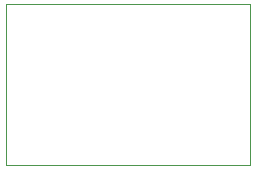
<source format=gbr>
%TF.GenerationSoftware,KiCad,Pcbnew,(7.0.0-0)*%
%TF.CreationDate,2023-03-05T10:41:00+01:00*%
%TF.ProjectId,FancyLight,46616e63-794c-4696-9768-742e6b696361,A*%
%TF.SameCoordinates,Original*%
%TF.FileFunction,Profile,NP*%
%FSLAX46Y46*%
G04 Gerber Fmt 4.6, Leading zero omitted, Abs format (unit mm)*
G04 Created by KiCad (PCBNEW (7.0.0-0)) date 2023-03-05 10:41:00*
%MOMM*%
%LPD*%
G01*
G04 APERTURE LIST*
%TA.AperFunction,Profile*%
%ADD10C,0.050000*%
%TD*%
G04 APERTURE END LIST*
D10*
X126700000Y-76700000D02*
X147300000Y-76700000D01*
X147300000Y-76700000D02*
X147300000Y-90300000D01*
X147300000Y-90300000D02*
X126700000Y-90300000D01*
X126700000Y-90300000D02*
X126700000Y-76700000D01*
M02*

</source>
